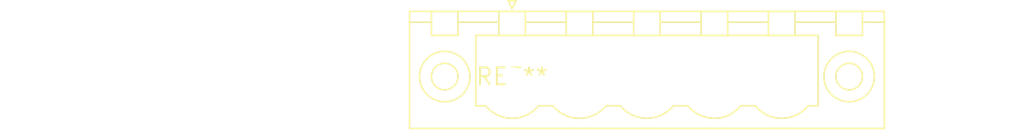
<source format=kicad_pcb>
(kicad_pcb (version 20240108) (generator pcbnew)
  (layers (0 "F.Cu" signal) (31 "B.Cu" signal) (34 "B.Paste" user) (35 "F.Paste" user) (36 "B.SilkS" user "B.Silkscreen") (37 "F.SilkS" user "F.Silkscreen") (38 "B.Mask" user) (39 "F.Mask" user) (44 "Edge.Cuts" user))
  (net 0 "")
  (footprint "PhoenixContact_MSTBV_2,5_5-GF-5,08_1x05_P5.08mm_Vertical_ThreadedFlange" (layer "F.Cu") (at 0 0)
    (property "Reference" "REF**")
    (property "Value" "PhoenixContact_MSTBV_2,5_5-GF-5,08_1x05_P5.08mm_Vertical_ThreadedFlange")
    (fp_line (start -7.73 -4.91) (end -7.73 3.91) (layer "F.SilkS") (stroke (width 0.12)))
    (fp_line (start -7.73 -4.1) (end -6.19 -4.1) (layer "F.SilkS") (stroke (width 0.12)))
    (fp_line (start -7.73 3.91) (end 28.05 3.91) (layer "F.SilkS") (stroke (width 0.12)))
    (fp_line (start -6.08 -4.91) (end -4.08 -4.91) (layer "F.SilkS") (stroke (width 0.12)))
    (fp_line (start -6.08 -3.1) (end -6.08 -4.91) (layer "F.SilkS") (stroke (width 0.12)))
    (fp_line (start -4.08 -4.91) (end -4.08 -3.1) (layer "F.SilkS") (stroke (width 0.12)))
    (fp_line (start -4.08 -4.1) (end -1 -4.1) (layer "F.SilkS") (stroke (width 0.12)))
    (fp_line (start -4.08 -3.1) (end -6.08 -3.1) (layer "F.SilkS") (stroke (width 0.12)))
    (fp_line (start -2.74 -3.1) (end 23.06 -3.1) (layer "F.SilkS") (stroke (width 0.12)))
    (fp_line (start -2.74 2.2) (end -2.74 -3.1) (layer "F.SilkS") (stroke (width 0.12)))
    (fp_line (start -2 2.2) (end -2.74 2.2) (layer "F.SilkS") (stroke (width 0.12)))
    (fp_line (start -1 -4.91) (end 1 -4.91) (layer "F.SilkS") (stroke (width 0.12)))
    (fp_line (start -1 -3.1) (end -1 -4.91) (layer "F.SilkS") (stroke (width 0.12)))
    (fp_line (start -0.3 -5.71) (end 0.3 -5.71) (layer "F.SilkS") (stroke (width 0.12)))
    (fp_line (start 0 -5.11) (end -0.3 -5.71) (layer "F.SilkS") (stroke (width 0.12)))
    (fp_line (start 0.3 -5.71) (end 0 -5.11) (layer "F.SilkS") (stroke (width 0.12)))
    (fp_line (start 1 -4.91) (end 1 -3.1) (layer "F.SilkS") (stroke (width 0.12)))
    (fp_line (start 1 -4.1) (end 4.08 -4.1) (layer "F.SilkS") (stroke (width 0.12)))
    (fp_line (start 1 -3.1) (end -1 -3.1) (layer "F.SilkS") (stroke (width 0.12)))
    (fp_line (start 2 2.2) (end 3.08 2.2) (layer "F.SilkS") (stroke (width 0.12)))
    (fp_line (start 4.08 -4.91) (end 6.08 -4.91) (layer "F.SilkS") (stroke (width 0.12)))
    (fp_line (start 4.08 -3.1) (end 4.08 -4.91) (layer "F.SilkS") (stroke (width 0.12)))
    (fp_line (start 6.08 -4.91) (end 6.08 -3.1) (layer "F.SilkS") (stroke (width 0.12)))
    (fp_line (start 6.08 -4.1) (end 9.16 -4.1) (layer "F.SilkS") (stroke (width 0.12)))
    (fp_line (start 6.08 -3.1) (end 4.08 -3.1) (layer "F.SilkS") (stroke (width 0.12)))
    (fp_line (start 7.08 2.2) (end 8.16 2.2) (layer "F.SilkS") (stroke (width 0.12)))
    (fp_line (start 9.16 -4.91) (end 11.16 -4.91) (layer "F.SilkS") (stroke (width 0.12)))
    (fp_line (start 9.16 -3.1) (end 9.16 -4.91) (layer "F.SilkS") (stroke (width 0.12)))
    (fp_line (start 11.16 -4.91) (end 11.16 -3.1) (layer "F.SilkS") (stroke (width 0.12)))
    (fp_line (start 11.16 -4.1) (end 14.24 -4.1) (layer "F.SilkS") (stroke (width 0.12)))
    (fp_line (start 11.16 -3.1) (end 9.16 -3.1) (layer "F.SilkS") (stroke (width 0.12)))
    (fp_line (start 12.16 2.2) (end 13.24 2.2) (layer "F.SilkS") (stroke (width 0.12)))
    (fp_line (start 14.24 -4.91) (end 16.24 -4.91) (layer "F.SilkS") (stroke (width 0.12)))
    (fp_line (start 14.24 -3.1) (end 14.24 -4.91) (layer "F.SilkS") (stroke (width 0.12)))
    (fp_line (start 16.24 -4.91) (end 16.24 -3.1) (layer "F.SilkS") (stroke (width 0.12)))
    (fp_line (start 16.24 -4.1) (end 19.32 -4.1) (layer "F.SilkS") (stroke (width 0.12)))
    (fp_line (start 16.24 -3.1) (end 14.24 -3.1) (layer "F.SilkS") (stroke (width 0.12)))
    (fp_line (start 17.24 2.2) (end 18.32 2.2) (layer "F.SilkS") (stroke (width 0.12)))
    (fp_line (start 19.32 -4.91) (end 21.32 -4.91) (layer "F.SilkS") (stroke (width 0.12)))
    (fp_line (start 19.32 -3.1) (end 19.32 -4.91) (layer "F.SilkS") (stroke (width 0.12)))
    (fp_line (start 21.32 -4.91) (end 21.32 -3.1) (layer "F.SilkS") (stroke (width 0.12)))
    (fp_line (start 21.32 -4.1) (end 24.4 -4.1) (layer "F.SilkS") (stroke (width 0.12)))
    (fp_line (start 21.32 -3.1) (end 19.32 -3.1) (layer "F.SilkS") (stroke (width 0.12)))
    (fp_line (start 23.06 -3.1) (end 23.06 2.2) (layer "F.SilkS") (stroke (width 0.12)))
    (fp_line (start 23.06 2.2) (end 22.32 2.2) (layer "F.SilkS") (stroke (width 0.12)))
    (fp_line (start 24.4 -4.91) (end 26.4 -4.91) (layer "F.SilkS") (stroke (width 0.12)))
    (fp_line (start 24.4 -3.1) (end 24.4 -4.91) (layer "F.SilkS") (stroke (width 0.12)))
    (fp_line (start 26.4 -4.91) (end 26.4 -3.1) (layer "F.SilkS") (stroke (width 0.12)))
    (fp_line (start 26.4 -3.1) (end 24.4 -3.1) (layer "F.SilkS") (stroke (width 0.12)))
    (fp_line (start 28.05 -4.91) (end -7.73 -4.91) (layer "F.SilkS") (stroke (width 0.12)))
    (fp_line (start 28.05 -4.1) (end 26.51 -4.1) (layer "F.SilkS") (stroke (width 0.12)))
    (fp_line (start 28.05 3.91) (end 28.05 -4.91) (layer "F.SilkS") (stroke (width 0.12)))
    (fp_arc (start 1.986842 2.215821) (mid -0.010289 3.142758) (end -2 2.2) (layer "F.SilkS") (stroke (width 0.12)))
    (fp_arc (start 7.066842 2.215821) (mid 5.069711 3.142758) (end 3.08 2.2) (layer "F.SilkS") (stroke (width 0.12)))
    (fp_arc (start 12.146842 2.215821) (mid 10.149711 3.142758) (end 8.16 2.2) (layer "F.SilkS") (stroke (width 0.12)))
    (fp_arc (start 17.226842 2.215821) (mid 15.229711 3.142758) (end 13.24 2.2) (layer "F.SilkS") (stroke (width 0.12)))
    (fp_arc (start 22.306842 2.215821) (mid 20.309711 3.142758) (end 18.32 2.2) (layer "F.SilkS") (stroke (width 0.12)))
    (fp_circle (center -5.08 0) (end -4.08 0) (layer "F.SilkS") (stroke (width 0.12)) (fill none))
    (fp_circle (center -5.08 0) (end -3.18 0) (layer "F.SilkS") (stroke (width 0.12)) (fill none))
    (fp_circle (center 25.4 0) (end 26.4 0) (layer "F.SilkS") (stroke (width 0.12)) (fill none))
    (fp_circle (center 25.4 0) (end 27.3 0) (layer "F.SilkS") (stroke (width 0.12)) (fill none))
    (pad "1" thru_hole roundrect (at 0 0) (size 2.08 3.6) (drill 1.4) (layers *.Cu *.Mask) (remove_unused_layers) (roundrect_rratio 0.120192))
    (pad "2" thru_hole oval (at 5.08 0) (size 2.08 3.6) (drill 1.4) (layers *.Cu *.Mask) (remove_unused_layers))
    (pad "3" thru_hole oval (at 10.16 0) (size 2.08 3.6) (drill 1.4) (layers *.Cu *.Mask) (remove_unused_layers))
    (pad "4" thru_hole oval (at 15.24 0) (size 2.08 3.6) (drill 1.4) (layers *.Cu *.Mask) (remove_unused_layers))
    (pad "5" thru_hole oval (at 20.32 0) (size 2.08 3.6) (drill 1.4) (layers *.Cu *.Mask) (remove_unused_layers))
  )
)
</source>
